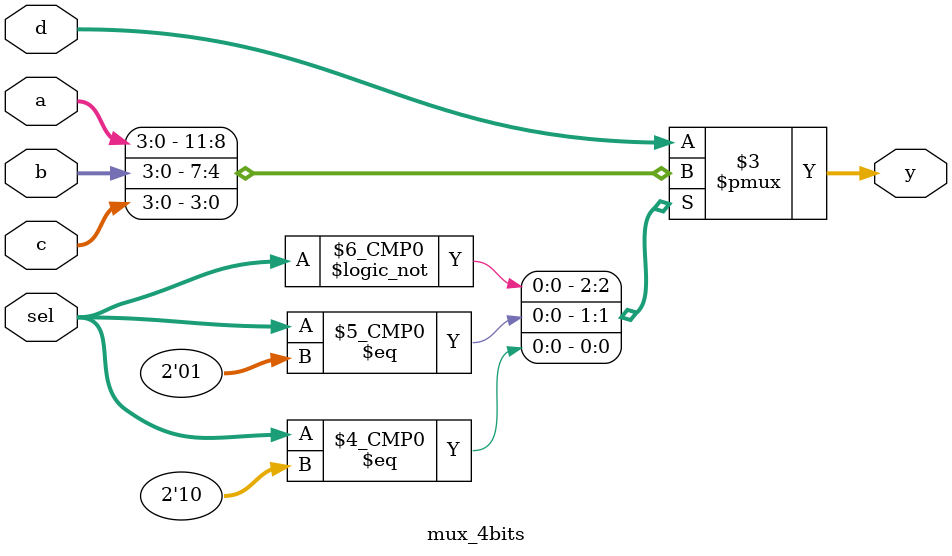
<source format=sv>
module mux_4bits(
  input logic [3:0] a,
  input logic [3:0] b,
  input logic [3:0] c, 
  input logic [3:0] d,
  input logic [1:0] sel,
  output logic [3:0] y
);
  
  always_comb begin
    case(sel)
      2'b00: y <= a;
      2'b01: y <= b;
      2'b10: y <= c;
      default: y <= d;
    endcase
  end
  
endmodule

</source>
